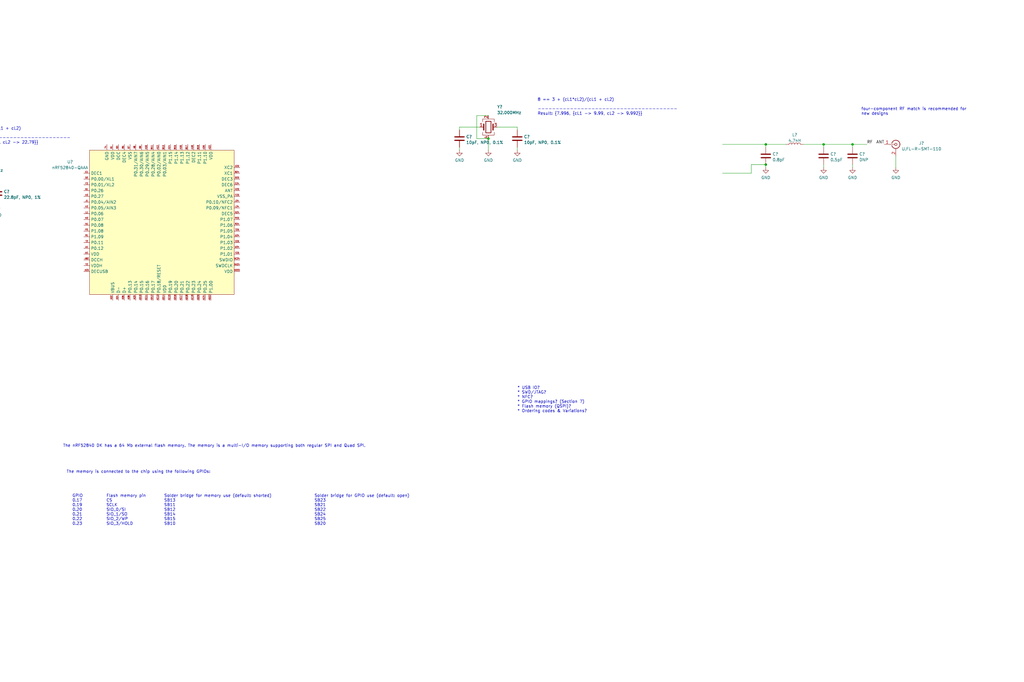
<source format=kicad_sch>
(kicad_sch (version 20211123) (generator eeschema)
  (paper "User" 450.012 299.999)
  (lib_symbols
    (symbol "0.Connectors:U.FL-R-SMT-110" (pin_names (offset 0.254) hide)
      (property "Reference" "J" (at -3.81 5.08 0))
      (property "Value" "U.FL-R-SMT-110" (at 12.7 0 0))
      (symbol "U.FL-R-SMT-110_0_1"
        (arc (start -1.778 -0.508) (mid 0.2311 -1.8066) (end 1.778 0) (stroke (width 0.254)))
        (polyline (pts (xy -2.54 0) (xy -0.508 0)))
        (polyline (pts (xy 0 -2.54) (xy 0 -1.778)))
        (circle (center 0 0) (radius 0.508) (stroke (width 0.2032)))
        (arc (start 1.778 0) (mid 0.2099 1.8101) (end -1.778 0.508) (stroke (width 0.254)))
      )
      (symbol "U.FL-R-SMT-110_1_1"
        (pin passive line (at -5.08 0 0) (length 2.54) (name "In") (number "1"))
        (pin passive line (at 0 -5.08 90) (length 2.54) (name "Ext") (number "2"))
      )
    )
    (symbol "1.Embedded.Microcontrollers:nRF52840-QAAA"
      (property "Reference" "U" (at 0 -2.54 0))
      (property "Value" "nRF52840-QAAA" (at 0 -5.08 0))
      (symbol "nRF52840-QAAA_1_0"
        (rectangle (start 30.48 27.94) (end -33.02 -35.56) (fill (type background)))
        (pin power_in line (at -25.4 30.48 270) (length 2.54) (name "GND") (number "74"))
        (pin bidirectional line (at -7.62 30.48 270) (length 2.54) (name "P0.29/AIN5") (number "A10"))
        (pin bidirectional line (at -2.54 30.48 270) (length 2.54) (name "P0.02/AIN0") (number "A12"))
        (pin bidirectional line (at 2.54 30.48 270) (length 2.54) (name "P1.15") (number "A14"))
        (pin bidirectional line (at 7.62 30.48 270) (length 2.54) (name "P1.13") (number "A16"))
        (pin power_in line (at 12.7 30.48 270) (length 2.54) (name "DEC2") (number "A18"))
        (pin bidirectional line (at 17.78 30.48 270) (length 2.54) (name "P1.10") (number "A20"))
        (pin power_in line (at 20.32 30.48 270) (length 2.54) (name "VDD") (number "A22"))
        (pin output line (at 33.02 20.32 180) (length 2.54) (name "XC2") (number "A23"))
        (pin bidirectional line (at -12.7 30.48 270) (length 2.54) (name "P0.31/AIN7") (number "A8"))
        (pin input line (at 33.02 -22.86 180) (length 2.54) (name "SWDCLK") (number "AA24"))
        (pin power_in line (at -35.56 -20.32 0) (length 2.54) (name "DCCH") (number "AB2"))
        (pin bidirectional line (at -7.62 -38.1 90) (length 2.54) (name "P0.16") (number "AC11"))
        (pin bidirectional line (at -2.54 -38.1 90) (length 2.54) (name "P0.18/RESET") (number "AC13"))
        (pin bidirectional line (at 2.54 -38.1 90) (length 2.54) (name "P0.19") (number "AC15"))
        (pin bidirectional line (at 7.62 -38.1 90) (length 2.54) (name "P0.21") (number "AC17"))
        (pin bidirectional line (at 12.7 -38.1 90) (length 2.54) (name "P0.23") (number "AC19"))
        (pin bidirectional line (at 17.78 -38.1 90) (length 2.54) (name "P0.25") (number "AC21"))
        (pin bidirectional line (at 33.02 -20.32 180) (length 2.54) (name "SWDIO") (number "AC24"))
        (pin power_in line (at -35.56 -25.4 0) (length 2.54) (name "DECUSB") (number "AC5"))
        (pin bidirectional line (at -12.7 -38.1 90) (length 2.54) (name "P0.14") (number "AC9"))
        (pin bidirectional line (at -10.16 -38.1 90) (length 2.54) (name "P0.15") (number "AD10"))
        (pin bidirectional line (at -5.08 -38.1 90) (length 2.54) (name "P0.17") (number "AD12"))
        (pin power_in line (at 0 -38.1 90) (length 2.54) (name "VDD") (number "AD14"))
        (pin bidirectional line (at 5.08 -38.1 90) (length 2.54) (name "P0.20") (number "AD16"))
        (pin bidirectional line (at 10.16 -38.1 90) (length 2.54) (name "P0.22") (number "AD18"))
        (pin power_in line (at -22.86 -38.1 90) (length 2.54) (name "VBUS") (number "AD2"))
        (pin bidirectional line (at 15.24 -38.1 90) (length 2.54) (name "P0.24") (number "AD20"))
        (pin bidirectional line (at 20.32 -38.1 90) (length 2.54) (name "P1.00") (number "AD22"))
        (pin power_in line (at 33.02 -25.4 180) (length 2.54) (name "VDD") (number "AD23"))
        (pin bidirectional line (at -20.32 -38.1 90) (length 2.54) (name "D-") (number "AD4"))
        (pin bidirectional line (at -17.78 -38.1 90) (length 2.54) (name "D+") (number "AD6"))
        (pin bidirectional line (at -15.24 -38.1 90) (length 2.54) (name "P0.13") (number "AD8"))
        (pin power_in line (at -22.86 30.48 270) (length 2.54) (name "VDD") (number "B1"))
        (pin bidirectional line (at -5.08 30.48 270) (length 2.54) (name "P0.28/AIN4") (number "B11"))
        (pin bidirectional line (at 0 30.48 270) (length 2.54) (name "P0.03/AIN1") (number "B13"))
        (pin bidirectional line (at 5.08 30.48 270) (length 2.54) (name "P1.14") (number "B15"))
        (pin bidirectional line (at 10.16 30.48 270) (length 2.54) (name "P1.12") (number "B17"))
        (pin bidirectional line (at 15.24 30.48 270) (length 2.54) (name "P1.11") (number "B19"))
        (pin input line (at 33.02 17.78 180) (length 2.54) (name "XC1") (number "B24"))
        (pin output line (at -20.32 30.48 270) (length 2.54) (name "DCC") (number "B3"))
        (pin power_in line (at -17.78 30.48 270) (length 2.54) (name "DEC4") (number "B5"))
        (pin power_in line (at -15.24 30.48 270) (length 2.54) (name "VSS") (number "B7"))
        (pin bidirectional line (at -10.16 30.48 270) (length 2.54) (name "P0.30/AIN6") (number "B9"))
        (pin power_in line (at -35.56 17.78 0) (length 2.54) (name "DEC1") (number "C1"))
        (pin bidirectional line (at -35.56 15.24 0) (length 2.54) (name "P0.00/XL1") (number "D2"))
        (pin power_in line (at 33.02 15.24 180) (length 2.54) (name "DEC3") (number "D23"))
        (pin power_in line (at 33.02 12.7 180) (length 2.54) (name "DEC6") (number "E24"))
        (pin bidirectional line (at -35.56 12.7 0) (length 2.54) (name "P0.01/XL2") (number "F2"))
        (pin power_in line (at 33.02 7.62 180) (length 2.54) (name "VSS_PA") (number "F23"))
        (pin bidirectional line (at -35.56 10.16 0) (length 2.54) (name "P0.26") (number "G1"))
        (pin bidirectional line (at -35.56 7.62 0) (length 2.54) (name "P0.27") (number "H2"))
        (pin bidirectional line (at 33.02 10.16 180) (length 2.54) (name "ANT") (number "H23"))
        (pin bidirectional line (at -35.56 5.08 0) (length 2.54) (name "P0.04/AIN2") (number "J1"))
        (pin bidirectional line (at 33.02 5.08 180) (length 2.54) (name "P0.10/NFC2") (number "J24"))
        (pin bidirectional line (at -35.56 2.54 0) (length 2.54) (name "P0.05/AIN3") (number "K2"))
        (pin bidirectional line (at -35.56 0 0) (length 2.54) (name "P0.06") (number "L1"))
        (pin bidirectional line (at 33.02 2.54 180) (length 2.54) (name "P0.09/NFC1") (number "L24"))
        (pin bidirectional line (at -35.56 -2.54 0) (length 2.54) (name "P0.07") (number "M2"))
        (pin bidirectional line (at -35.56 -5.08 0) (length 2.54) (name "P0.08") (number "N1"))
        (pin power_in line (at 33.02 0 180) (length 2.54) (name "DEC5") (number "N24"))
        (pin bidirectional line (at -35.56 -7.62 0) (length 2.54) (name "P1.08") (number "P2"))
        (pin bidirectional line (at 33.02 -2.54 180) (length 2.54) (name "P1.07") (number "P23"))
        (pin bidirectional line (at -35.56 -10.16 0) (length 2.54) (name "P1.09") (number "R1"))
        (pin bidirectional line (at 33.02 -5.08 180) (length 2.54) (name "P1.06") (number "R24"))
        (pin bidirectional line (at -35.56 -12.7 0) (length 2.54) (name "P0.11") (number "T2"))
        (pin bidirectional line (at 33.02 -7.62 180) (length 2.54) (name "P1.05") (number "T23"))
        (pin bidirectional line (at -35.56 -15.24 0) (length 2.54) (name "P0.12") (number "U1"))
        (pin bidirectional line (at 33.02 -10.16 180) (length 2.54) (name "P1.04") (number "U24"))
        (pin bidirectional line (at 33.02 -12.7 180) (length 2.54) (name "P1.03") (number "V23"))
        (pin power_in line (at -35.56 -17.78 0) (length 2.54) (name "VDD") (number "W1"))
        (pin bidirectional line (at 33.02 -15.24 180) (length 2.54) (name "P1.02") (number "W24"))
        (pin power_in line (at -35.56 -22.86 0) (length 2.54) (name "VDDH") (number "Y2"))
        (pin bidirectional line (at 33.02 -17.78 180) (length 2.54) (name "P1.01") (number "Y23"))
      )
    )
    (symbol "1.Logic.Oscillators_Resonators:32.768kHz-ECS-0327-12.5-34B-TR" (pin_names (offset 1.016) hide)
      (property "Reference" "Y" (at 3.175 5.08 0))
      (property "Value" "32.768kHz-ECS-0327-12.5-34B-TR" (at 3.175 3.175 0))
      (symbol "32.768kHz-ECS-0327-12.5-34B-TR_0_1"
        (rectangle (start -1.143 2.54) (end 1.143 -2.54) (stroke (width 0.3048)))
        (polyline (pts (xy -2.54 0) (xy -2.032 0)))
        (polyline (pts (xy -2.032 -1.27) (xy -2.032 1.27)) (stroke (width 0.508)))
        (polyline (pts (xy 0 -3.81) (xy 0 -3.556)))
        (polyline (pts (xy 0 3.556) (xy 0 3.81)))
        (polyline (pts (xy 2.032 -1.27) (xy 2.032 1.27)) (stroke (width 0.508)))
        (polyline (pts (xy 2.032 0) (xy 2.54 0)))
        (polyline (pts (xy -2.54 -2.286) (xy -2.54 -3.556) (xy 2.54 -3.556) (xy 2.54 -2.286)))
        (polyline (pts (xy -2.54 2.286) (xy -2.54 3.556) (xy 2.54 3.556) (xy 2.54 2.286)))
      )
      (symbol "32.768kHz-ECS-0327-12.5-34B-TR_1_1"
        (pin passive line (at -3.81 0 0) (length 1.27) (name "1") (number "1"))
        (pin passive line (at 0 5.08 270) (length 1.27) (name "2") (number "2"))
        (pin passive line (at 3.81 0 180) (length 1.27) (name "3") (number "3"))
        (pin passive line (at 0 -5.08 90) (length 1.27) (name "4") (number "4"))
      )
    )
    (symbol "1.Logic.Oscillators_Resonators:32MHz-ECS-320-8-37B2-7KM-TR" (pin_names (offset 1.016) hide)
      (property "Reference" "Y" (at 3.175 5.08 0))
      (property "Value" "32MHz-ECS-320-8-37B2-7KM-TR" (at 3.175 3.175 0))
      (symbol "32MHz-ECS-320-8-37B2-7KM-TR_0_1"
        (rectangle (start -1.143 2.54) (end 1.143 -2.54) (stroke (width 0.3048)))
        (polyline (pts (xy -2.54 0) (xy -2.032 0)))
        (polyline (pts (xy -2.032 -1.27) (xy -2.032 1.27)) (stroke (width 0.508)))
        (polyline (pts (xy 0 -3.81) (xy 0 -3.556)))
        (polyline (pts (xy 0 3.556) (xy 0 3.81)))
        (polyline (pts (xy 2.032 -1.27) (xy 2.032 1.27)) (stroke (width 0.508)))
        (polyline (pts (xy 2.032 0) (xy 2.54 0)))
        (polyline (pts (xy -2.54 -2.286) (xy -2.54 -3.556) (xy 2.54 -3.556) (xy 2.54 -2.286)))
        (polyline (pts (xy -2.54 2.286) (xy -2.54 3.556) (xy 2.54 3.556) (xy 2.54 2.286)))
      )
      (symbol "32MHz-ECS-320-8-37B2-7KM-TR_1_1"
        (pin passive line (at -3.81 0 0) (length 1.27) (name "1") (number "1"))
        (pin passive line (at 0 5.08 270) (length 1.27) (name "2") (number "2"))
        (pin passive line (at 3.81 0 180) (length 1.27) (name "3") (number "3"))
        (pin passive line (at 0 -5.08 90) (length 1.27) (name "4") (number "4"))
      )
    )
    (symbol "4ms_Power-symbol:GND" (power) (pin_names (offset 0))
      (property "Value" "GND" (at 0 -3.81 0))
      (symbol "GND_0_1"
        (polyline (pts (xy 0 0) (xy 0 -1.27) (xy 1.27 -1.27) (xy 0 -2.54) (xy -1.27 -1.27) (xy 0 -1.27)))
      )
      (symbol "GND_1_1"
        (pin power_in line (at 0 0 270) (length 0) hide (name "GND") (number "1"))
      )
    )
    (symbol "Device:C" (pin_numbers hide) (pin_names (offset 0.254))
      (property "Reference" "C" (at 0.635 2.54 0))
      (property "Value" "C" (at 0.635 -2.54 0))
      (symbol "C_0_1"
        (polyline (pts (xy -2.032 -0.762) (xy 2.032 -0.762)) (stroke (width 0.508)))
        (polyline (pts (xy -2.032 0.762) (xy 2.032 0.762)) (stroke (width 0.508)))
      )
      (symbol "C_1_1"
        (pin passive line (at 0 3.81 270) (length 2.794) (name "~") (number "1"))
        (pin passive line (at 0 -3.81 90) (length 2.794) (name "~") (number "2"))
      )
    )
    (symbol "Device:L" (pin_numbers hide) (pin_names (offset 1.016) hide)
      (property "Reference" "L" (at -1.27 0 90))
      (property "Value" "L" (at 1.905 0 90))
      (symbol "L_0_1"
        (arc (start 0 -2.54) (mid 0.635 -1.905) (end 0 -1.27))
        (arc (start 0 -1.27) (mid 0.635 -0.635) (end 0 0))
        (arc (start 0 0) (mid 0.635 0.635) (end 0 1.27))
        (arc (start 0 1.27) (mid 0.635 1.905) (end 0 2.54))
      )
      (symbol "L_1_1"
        (pin passive line (at 0 3.81 270) (length 1.27) (name "1") (number "1"))
        (pin passive line (at 0 -3.81 90) (length 1.27) (name "2") (number "2"))
      )
    )
  )
  (junction (at 214.63 60.96))
  (junction (at 361.95 63.5))
  (junction (at 374.65 63.5))
  (junction (at 336.55 72.39))
  (junction (at 336.55 63.5))
  (junction (at -13.97 85.09))
  (polyline (pts (xy 100.33 -41.91) (xy 85.09 -41.91)))
  (wire (pts (xy 361.95 63.5) (xy 361.95 64.77)))
  (wire (pts (xy 227.33 57.15) (xy 227.33 55.88)))
  (polyline (pts (xy 176.53 -69.85) (xy 176.53 -62.23)))
  (polyline (pts (xy 232.41 -38.1) (xy 217.17 -68.58)))
  (polyline (pts (xy 156.21 -30.48) (xy 175.26 -29.21)))
  (wire (pts (xy -13.97 85.09) (xy -13.97 90.17)))
  (polyline (pts (xy 187.96 -58.42) (xy 208.28 -69.85)))
  (wire (pts (xy -26.67 80.01) (xy -26.67 81.28)))
  (wire (pts (xy 210.82 55.88) (xy 201.93 55.88)))
  (polyline (pts (xy 85.09 -41.91) (xy 85.09 -85.09)))
  (polyline (pts (xy 115.57 -27.94) (xy 139.7 -31.75)))
  (wire (pts (xy 218.44 55.88) (xy 227.33 55.88)))
  (wire (pts (xy 201.93 66.04) (xy 201.93 64.77)))
  (wire (pts (xy -1.27 81.28) (xy -1.27 80.01)))
  (polyline (pts (xy 280.67 -64.77) (xy 283.21 -62.23)))
  (polyline (pts (xy 116.84 -73.66) (xy 139.7 -73.66)))
  (polyline (pts (xy 176.53 -39.37) (xy 176.53 -29.21)))
  (wire (pts (xy 336.55 73.66) (xy 336.55 72.39)))
  (wire (pts (xy 393.7 68.58) (xy 393.7 73.66)))
  (wire (pts (xy -17.78 80.01) (xy -26.67 80.01)))
  (polyline (pts (xy 243.84 -53.34) (xy 251.46 -53.34)))
  (wire (pts (xy -10.16 80.01) (xy -1.27 80.01)))
  (polyline (pts (xy 85.09 -85.09) (xy 176.53 -85.09)))
  (wire (pts (xy 361.95 63.5) (xy 374.65 63.5)))
  (polyline (pts (xy 147.32 -46.99) (xy 147.32 -34.29)))
  (wire (pts (xy 361.95 73.66) (xy 361.95 72.39)))
  (wire (pts (xy 214.63 60.96) (xy 209.55 60.96)))
  (polyline (pts (xy 232.41 -54.61) (xy 217.17 -68.58)))
  (wire (pts (xy 374.65 63.5) (xy 381 63.5)))
  (wire (pts (xy 330.2 72.39) (xy 330.2 76.2)))
  (wire (pts (xy -26.67 90.17) (xy -26.67 88.9)))
  (wire (pts (xy 227.33 64.77) (xy 227.33 66.04)))
  (polyline (pts (xy 285.75 -64.77) (xy 283.21 -62.23)))
  (wire (pts (xy 201.93 55.88) (xy 201.93 57.15)))
  (wire (pts (xy 374.65 63.5) (xy 374.65 64.77)))
  (polyline (pts (xy 154.94 -66.04) (xy 171.45 -72.39)))
  (wire (pts (xy -19.05 85.09) (xy -19.05 74.93)))
  (polyline (pts (xy 283.21 -64.77) (xy 283.21 -62.23)))
  (polyline (pts (xy 114.3 -64.77) (xy 139.7 -64.77)))
  (wire (pts (xy 317.5 63.5) (xy 336.55 63.5)))
  (polyline (pts (xy 176.53 -85.09) (xy 176.53 -74.93)))
  (wire (pts (xy 330.2 72.39) (xy 336.55 72.39)))
  (polyline (pts (xy 283.21 -53.34) (xy 283.21 -62.23)))
  (polyline (pts (xy 232.41 -45.72) (xy 217.17 -68.58)))
  (polyline (pts (xy 115.57 -41.91) (xy 139.7 -31.75)))
  (polyline (pts (xy 114.3 -34.29) (xy 139.7 -31.75)))
  (polyline (pts (xy 187.96 -41.91) (xy 208.28 -29.21)))
  (wire (pts (xy 214.63 60.96) (xy 214.63 66.04)))
  (wire (pts (xy -13.97 85.09) (xy -19.05 85.09)))
  (wire (pts (xy 374.65 73.66) (xy 374.65 72.39)))
  (polyline (pts (xy 232.41 -74.93) (xy 217.17 -68.58)))
  (polyline (pts (xy 184.15 -72.39) (xy 208.28 -69.85)))
  (polyline (pts (xy 232.41 -69.85) (xy 217.17 -68.58)))
  (polyline (pts (xy 147.32 -62.23) (xy 147.32 -50.8)))
  (wire (pts (xy 336.55 63.5) (xy 345.44 63.5)))
  (wire (pts (xy 317.5 76.2) (xy 330.2 76.2)))
  (wire (pts (xy -1.27 88.9) (xy -1.27 90.17)))
  (polyline (pts (xy 267.97 -53.34) (xy 283.21 -53.34)))
  (wire (pts (xy 209.55 50.8) (xy 214.63 50.8)))
  (polyline (pts (xy 147.32 -29.21) (xy 147.32 -17.78)))
  (polyline (pts (xy 139.7 -73.66) (xy 142.24 -66.04)))
  (polyline (pts (xy 217.17 -68.58) (xy 233.68 -29.21)))
  (polyline (pts (xy 215.9 -68.58) (xy 215.9 -31.75)))
  (polyline (pts (xy 233.68 -78.74) (xy 217.17 -68.58)))
  (wire (pts (xy 353.06 63.5) (xy 361.95 63.5)))
  (polyline (pts (xy 232.41 -62.23) (xy 217.17 -68.58)))
  (wire (pts (xy 336.55 64.77) (xy 336.55 63.5)))
  (polyline (pts (xy 176.53 -55.88) (xy 176.53 -44.45)))
  (wire (pts (xy -19.05 74.93) (xy -13.97 74.93)))
  (wire (pts (xy 209.55 60.96) (xy 209.55 50.8)))
  (text "Analog SW" (at 172.72 -71.12 0) (effects (font (size 1.27 1.27)) (justify left bottom)))
  (text "RF Connector" (at 252.73 -52.07 0) (effects (font (size 1.27 1.27)) (justify left bottom)))
  (text "Interface MCU" (at 140.97 -63.5 0) (effects (font (size 1.27 1.27)) (justify left bottom)))
  (text "Analog SW" (at 142.24 -48.26 0) (effects (font (size 1.27 1.27)) (justify left bottom)))
  (text "The memory is connected to the chip using the following GPIOs:" (at 29.21 208.28 0) (effects (font (size 1.27 1.27)) (justify left bottom)))
  (text "IF Boot/Reset" (at 101.6 -72.39 0) (effects (font (size 1.27 1.27)) (justify left bottom)))
  (text "12.5 == 1.05 + (cL1*cL2)/(cL1 + cL2)\n\n---------------------------------------\nResult: {12.44, {cL1 -> 22.79, cL2 -> 22.79}}\n" (at -30.48 63.5 0) (effects (font (size 1.27 1.27)) (justify left bottom)))
  (text "GPIO 		Flash memory pin 	Solder bridge for memory use (default: shorted) 	Solder bridge for GPIO use (default: open)\n0.17 		CS 					SB13 												SB23\n0.19 		SCLK 				SB11 												SB21\n0.20 		SIO_0/SI 			SB12 												SB22\n0.21 		SIO_1/SO 			SB14 												SB24\n0.22 		SIO_2/WP 			SB15 												SB25\n0.23 		SIO_3/HOLD 			SB10 												SB20" (at 31.75 231.14 0) (effects (font (size 1.27 1.27)) (justify left bottom)))
  (text "External\nQSPI Flash" (at 233.68 -60.96 0) (effects (font (size 1.27 1.27)) (justify left bottom)))
  (text "four-component RF match is recommended for \nnew designs" (at 378.46 50.8 0) (effects (font (size 1.27 1.27)) (justify left bottom)))
  (text "nRF USB" (at 209.55 -27.94 0) (effects (font (size 1.27 1.27)) (justify left bottom)))
  (text "IF MCU USB" (at 102.87 -40.64 0) (effects (font (size 1.27 1.27)) (justify left bottom)))
  (text "Debug In" (at 233.68 -27.94 0) (effects (font (size 1.27 1.27)) (justify left bottom)))
  (text "Battery" (at 105.41 -33.02 0) (effects (font (size 1.27 1.27)) (justify left bottom)))
  (text "LEDs" (at 233.68 -73.66 0) (effects (font (size 1.27 1.27)) (justify left bottom)))
  (text "Li-Ion" (at 172.72 -25.4 0) (effects (font (size 1.27 1.27)) (justify left bottom)))
  (text "RF\nMatching\nNetwork" (at 233.68 -50.8 0) (effects (font (size 1.27 1.27)) (justify left bottom)))
  (text "Power Sw" (at 143.51 -15.24 0) (effects (font (size 1.27 1.27)) (justify left bottom)))
  (text "32 MHz \nOscillator" (at 233.68 -43.18 0) (effects (font (size 1.27 1.27)) (justify left bottom)))
  (text "nRF52840" (at 209.55 -69.85 0) (effects (font (size 1.27 1.27)) (justify left bottom)))
  (text " The nRF52840 DK has a 64 Mb external flash memory. The memory is a multi-I/O memory supporting both regular SPI and Quad SPI. " (at 26.67 196.85 0) (effects (font (size 1.27 1.27)) (justify left bottom)))
  (text "Debug Out" (at 101.6 -63.5 0) (effects (font (size 1.27 1.27)) (justify left bottom)))
  (text "* USB IO?\n* SWD/JTAG?\n* NFC?\n* GPIO mappings? (Section 7) \n* Flash memory (QSPI)?\n* Ordering codes & Variations? " (at 227.33 181.61 0) (effects (font (size 1.27 1.27)) (justify left bottom)))
  (text "nRF Power Source SW" (at 165.1 -40.64 0) (effects (font (size 1.27 1.27)) (justify left bottom)))
  (text "Buttons" (at 233.68 -68.58 0) (effects (font (size 1.27 1.27)) (justify left bottom)))
  (text "32.768kHz\nOscillator" (at 233.68 -34.29 0) (effects (font (size 1.27 1.27)) (justify left bottom)))
  (text "GPIO" (at 233.68 -77.47 0) (effects (font (size 1.27 1.27)) (justify left bottom)))
  (text "8 == 3 + (cL1*cL2)/(cL1 + cL2)\n\n---------------------------------------\nResult: {7.996, {cL1 -> 9.99, cL2 -> 9.992}}" (at 236.22 50.8 0) (effects (font (size 1.27 1.27)) (justify left bottom)))
  (text "Power Supply" (at 140.97 -30.48 0) (effects (font (size 1.27 1.27)) (justify left bottom)))
  (text "Current\nMeasurement" (at 173.99 -57.15 0) (effects (font (size 1.27 1.27)) (justify left bottom)))
  (text "Ext. PSU" (at 105.41 -26.67 0) (effects (font (size 1.27 1.27)) (justify left bottom)))
  (label "RF" (at 381 63.5 0))
  (label "ANT" (at 388.62 63.5 180))
  (symbol (lib_id "4ms_Power-symbol:GND") (at -26.67 90.17 0) (unit 1)
    (property "Reference" "#PWR?" (effects hide))
    (property "Value" "GND" (at -26.67 94.6134 0))
  )
  (symbol (lib_id "Device:C") (at 361.95 68.58 0) (unit 1)
    (property "Reference" "C?" (at 364.871 67.7453 0) (effects (justify left)))
    (property "Value" "0.5pF" (at 364.871 70.2822 0) (effects (justify left)))
  )
  (symbol (lib_id "4ms_Power-symbol:GND") (at 336.55 73.66 0) (unit 1)
    (property "Reference" "#PWR?" (effects hide))
    (property "Value" "GND" (at 336.55 78.1034 0))
  )
  (symbol (lib_id "Device:C") (at 374.65 68.58 0) (unit 1)
    (property "Reference" "C?" (at 377.571 67.7453 0) (effects (justify left)))
    (property "Value" "DNP" (at 377.571 70.2822 0) (effects (justify left)))
  )
  (symbol (lib_id "4ms_Power-symbol:GND") (at 361.95 73.66 0) (unit 1)
    (property "Reference" "#PWR?" (effects hide))
    (property "Value" "GND" (at 361.95 78.1034 0))
  )
  (symbol (lib_id "1.Logic.Oscillators_Resonators:32MHz-ECS-320-8-37B2-7KM-TR") (at 214.63 55.88 0) (unit 1)
    (property "Reference" "Y?" (at 218.44 46.99 0) (effects (justify left)))
    (property "Value" "32.000MHz" (at 218.44 49.5269 0) (effects (justify left)))
    (property "Footprint" "1.Logic.Oscillators:32MHz-ECS-320-8-37B2-7KM-TR" (effects hide))
    (property "Datasheet" "https://ecsxtal.com/store/pdf/ECX-1637B2.pdf" (effects hide))
  )
  (symbol (lib_id "4ms_Power-symbol:GND") (at 393.7 73.66 0) (unit 1)
    (property "Reference" "#PWR?" (effects hide))
    (property "Value" "GND" (at 393.7 78.1034 0))
  )
  (symbol (lib_id "4ms_Power-symbol:GND") (at 214.63 66.04 0) (unit 1)
    (property "Reference" "#PWR?" (effects hide))
    (property "Value" "GND" (at 214.63 70.4834 0))
  )
  (symbol (lib_id "Device:C") (at -1.27 85.09 0) (unit 1)
    (property "Reference" "C?" (at 1.651 84.2553 0) (effects (justify left)))
    (property "Value" "22.8pF, NP0, 1%" (at 1.651 86.7922 0) (effects (justify left)))
  )
  (symbol (lib_id "1.Logic.Oscillators_Resonators:32.768kHz-ECS-0327-12.5-34B-TR") (at -13.97 80.01 0) (unit 1)
    (property "Reference" "Y?" (at -8.89 72.3931 0) (effects (justify left)))
    (property "Value" "32.768kHz" (at -8.89 74.93 0) (effects (justify left)))
    (property "Footprint" "1.Logic.Oscillators:ECS-327-12-5-34B-TR" (effects hide))
  )
  (symbol (lib_id "Device:C") (at 336.55 68.58 0) (unit 1)
    (property "Reference" "C?" (at 339.471 67.7453 0) (effects (justify left)))
    (property "Value" "0.8pF" (at 339.471 70.2822 0) (effects (justify left)))
  )
  (symbol (lib_id "4ms_Power-symbol:GND") (at -1.27 90.17 0) (unit 1)
    (property "Reference" "#PWR?" (effects hide))
    (property "Value" "GND" (at -1.27 94.6134 0))
  )
  (symbol (lib_id "4ms_Power-symbol:GND") (at -13.97 90.17 0) (unit 1)
    (property "Reference" "#PWR?" (effects hide))
    (property "Value" "GND" (at -13.97 94.6134 0))
  )
  (symbol (lib_id "0.Connectors:U.FL-R-SMT-110") (at 393.7 63.5 0) (unit 1)
    (property "Reference" "J?" (at 404.9675 62.9585 0))
    (property "Value" "U.FL-R-SMT-110" (at 404.9675 65.4954 0))
    (property "Footprint" "CONN_U.FL-R-SMT-110_HIR" (effects hide))
  )
  (symbol (lib_id "4ms_Power-symbol:GND") (at 201.93 66.04 0) (unit 1)
    (property "Reference" "#PWR?" (effects hide))
    (property "Value" "GND" (at 201.93 70.4834 0))
  )
  (symbol (lib_id "4ms_Power-symbol:GND") (at 227.33 66.04 0) (unit 1)
    (property "Reference" "#PWR?" (effects hide))
    (property "Value" "GND" (at 227.33 70.4834 0))
  )
  (symbol (lib_id "Device:C") (at 227.33 60.96 0) (unit 1)
    (property "Reference" "C?" (at 230.251 60.1253 0) (effects (justify left)))
    (property "Value" "10pF, NP0, 0.1%" (at 230.251 62.6622 0) (effects (justify left)))
  )
  (symbol (lib_id "Device:C") (at 201.93 60.96 0) (unit 1)
    (property "Reference" "C?" (at 204.851 60.1253 0) (effects (justify left)))
    (property "Value" "10pF, NP0, 0.1%" (at 204.851 62.6622 0) (effects (justify left)))
  )
  (symbol (lib_id "1.Embedded.Microcontrollers:nRF52840-QAAA") (at 72.39 93.98 0) (unit 1)
    (property "Reference" "U?" (at 30.7937 71.192 0))
    (property "Value" "nRF52840-QAAA" (at 30.7937 73.7289 0))
    (property "Footprint" "Package_DFN_QFN:Nordic_AQFN-73-1EP_7x7mm_P0.5mm" (effects hide))
    (property "Datasheet" "http://infocenter.nordicsemi.com/topic/com.nordic.infocenter.nrf52/dita/nrf52/chips/nrf52840.html" (effects hide))
  )
  (symbol (lib_id "4ms_Power-symbol:GND") (at 374.65 73.66 0) (unit 1)
    (property "Reference" "#PWR?" (effects hide))
    (property "Value" "GND" (at 374.65 78.1034 0))
  )
  (symbol (lib_id "Device:C") (at -26.67 85.09 0) (unit 1)
    (property "Reference" "C?" (at -23.749 84.2553 0) (effects (justify left)))
    (property "Value" "22.8pF, NP0, 1%" (at -23.749 86.7922 0) (effects (justify left)))
  )
  (symbol (lib_id "Device:L") (at 349.25 63.5 90) (unit 1)
    (property "Reference" "L?" (at 349.25 59.2922 90))
    (property "Value" "4.7nH" (at 349.25 61.8291 90))
  )
)
</source>
